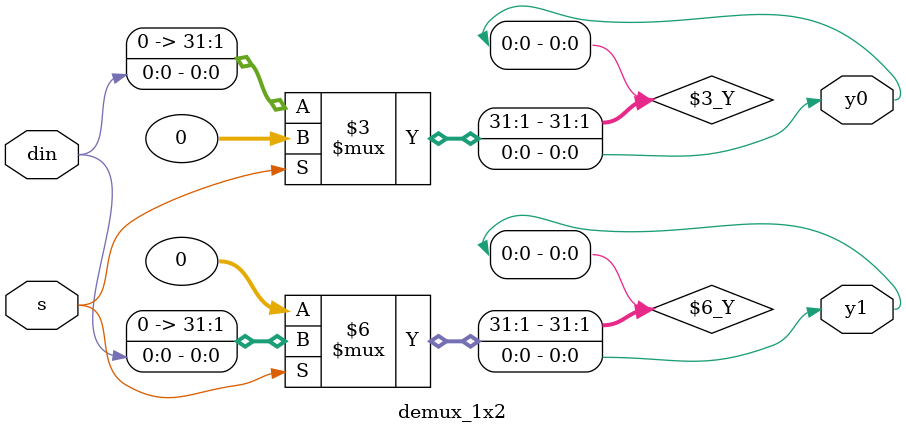
<source format=v>
`timescale 1ns / 1ps


module demux_1x2(
    input din,
    input s,
    output y0,
    output y1
    ); 
 assign y0=(s==0)?din:0;
  assign y1=(s==1)?din:0;
endmodule

</source>
